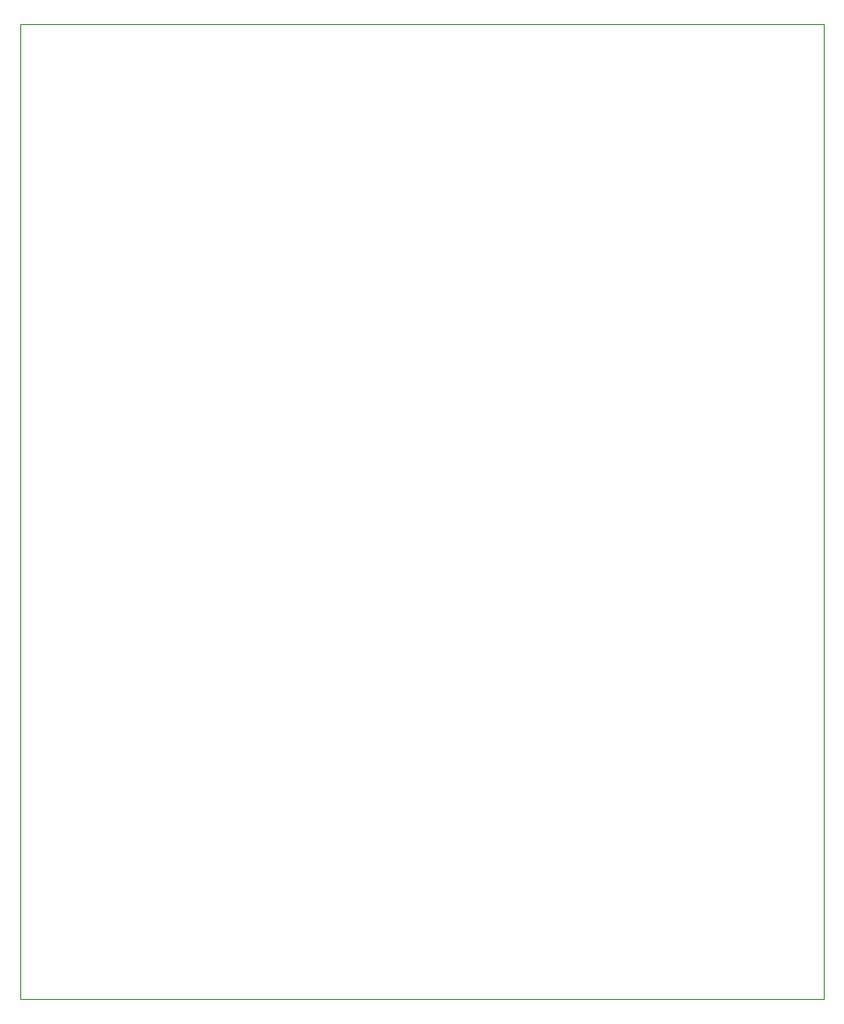
<source format=gbr>
%TF.GenerationSoftware,KiCad,Pcbnew,8.0.0*%
%TF.CreationDate,2024-03-05T11:34:16-05:00*%
%TF.ProjectId,TmotorsPCB,546d6f74-6f72-4735-9043-422e6b696361,rev?*%
%TF.SameCoordinates,Original*%
%TF.FileFunction,Profile,NP*%
%FSLAX46Y46*%
G04 Gerber Fmt 4.6, Leading zero omitted, Abs format (unit mm)*
G04 Created by KiCad (PCBNEW 8.0.0) date 2024-03-05 11:34:16*
%MOMM*%
%LPD*%
G01*
G04 APERTURE LIST*
%TA.AperFunction,Profile*%
%ADD10C,0.100000*%
%TD*%
G04 APERTURE END LIST*
D10*
X80000000Y-26000000D02*
X150500000Y-26000000D01*
X150500000Y-111500000D01*
X80000000Y-111500000D01*
X80000000Y-26000000D01*
M02*

</source>
